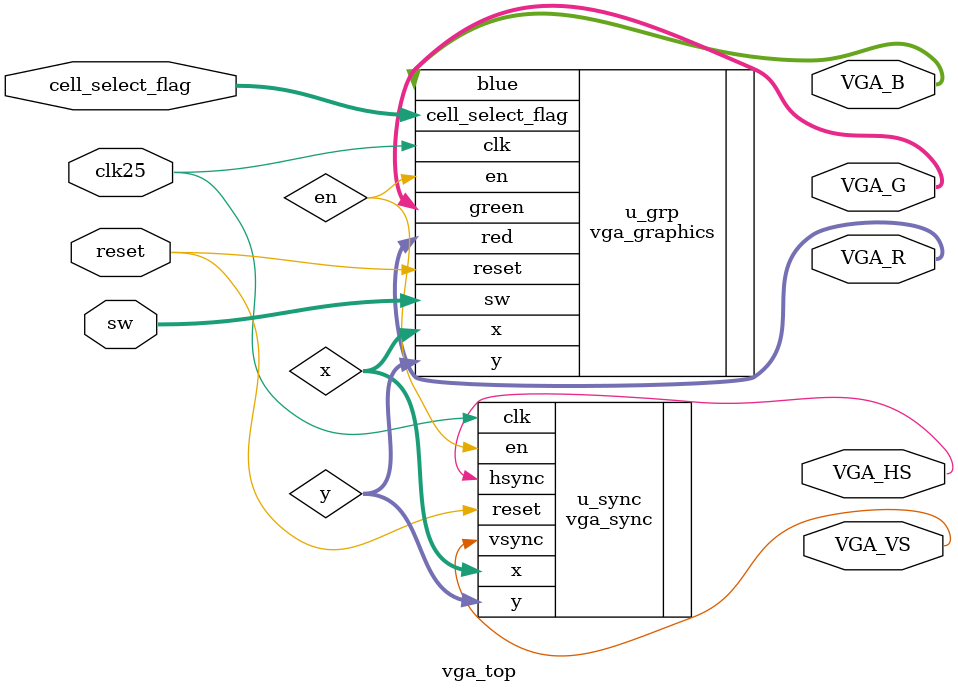
<source format=v>

module vga_top (
    input  wire       clk25,          // 25MHz clock from external source
    input  wire       reset,
    input  wire [17:0] sw, // Use 18-bit input for 9 cells (2 bits each)
    input  wire [8:0] cell_select_flag, // One-hot encoding for cursor position
    output wire       VGA_HS,
    output wire       VGA_VS,
    output wire [3:0] VGA_R,
    output wire [3:0] VGA_G,
    output wire [3:0] VGA_B
);

    // VGA sync signals and coordinates
    wire [9:0] x;
    wire [9:0] y;
    wire       en;
    vga_sync u_sync (
        .clk      (clk25),
        .reset    (reset), // Use the main reset directly
        .x        (x),
        .y        (y),
        .hsync    (VGA_HS),
        .vsync    (VGA_VS),
        .en       (en)
    );

    // Graphics generator
    vga_graphics u_grp (
        .clk      (clk25),
        .reset    (reset), // Use the main reset directly
        .x        (x),
        .y        (y),
        .en       (en),
        .sw       (sw),
        .cell_select_flag (cell_select_flag),
        .red      (VGA_R),
        .green    (VGA_G),
        .blue     (VGA_B)
    );

endmodule

</source>
